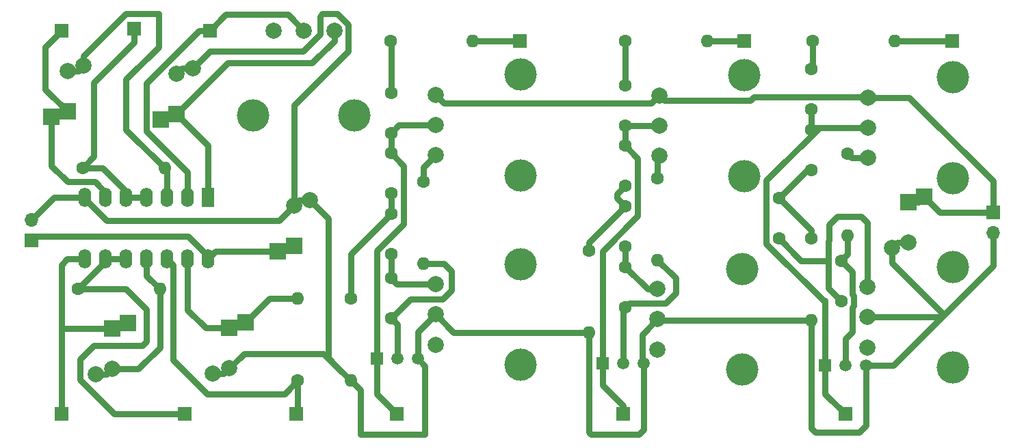
<source format=gbr>
%TF.GenerationSoftware,KiCad,Pcbnew,8.0.0*%
%TF.CreationDate,2024-06-11T17:25:06+02:00*%
%TF.ProjectId,SolarModular,536f6c61-724d-46f6-9475-6c61722e6b69,rev?*%
%TF.SameCoordinates,PX2bde780PYa2fd99f*%
%TF.FileFunction,Copper,L2,Bot*%
%TF.FilePolarity,Positive*%
%FSLAX46Y46*%
G04 Gerber Fmt 4.6, Leading zero omitted, Abs format (unit mm)*
G04 Created by KiCad (PCBNEW 8.0.0) date 2024-06-11 17:25:06*
%MOMM*%
%LPD*%
G01*
G04 APERTURE LIST*
%TA.AperFunction,ComponentPad*%
%ADD10C,1.600000*%
%TD*%
%TA.AperFunction,ComponentPad*%
%ADD11O,1.600000X1.600000*%
%TD*%
%TA.AperFunction,ComponentPad*%
%ADD12C,4.000000*%
%TD*%
%TA.AperFunction,ComponentPad*%
%ADD13C,2.000000*%
%TD*%
%TA.AperFunction,ComponentPad*%
%ADD14R,1.700000X1.700000*%
%TD*%
%TA.AperFunction,ComponentPad*%
%ADD15R,2.000000X2.000000*%
%TD*%
%TA.AperFunction,ComponentPad*%
%ADD16O,1.700000X1.700000*%
%TD*%
%TA.AperFunction,ComponentPad*%
%ADD17R,1.500000X1.500000*%
%TD*%
%TA.AperFunction,ComponentPad*%
%ADD18C,1.500000*%
%TD*%
%TA.AperFunction,ComponentPad*%
%ADD19R,1.600000X2.400000*%
%TD*%
%TA.AperFunction,ComponentPad*%
%ADD20O,1.600000X2.400000*%
%TD*%
%TA.AperFunction,Conductor*%
%ADD21C,0.800000*%
%TD*%
G04 APERTURE END LIST*
D10*
%TO.P,R7,1*%
%TO.N,Net-(C11-Pad1)*%
X75658063Y49750000D03*
D11*
%TO.P,R7,2*%
%TO.N,Net-(J10-Pin_1)*%
X85818063Y49750000D03*
%TD*%
D10*
%TO.P,R6,1*%
%TO.N,Net-(J8-Pin_1)*%
X35158063Y7670000D03*
D11*
%TO.P,R6,2*%
%TO.N,Net-(C5-Pad1)*%
X35158063Y17830000D03*
%TD*%
D12*
%TO.P,RV5,*%
%TO.N,*%
X90408063Y45500000D03*
X90408063Y33000000D03*
D13*
%TO.P,RV5,1,1*%
%TO.N,+BATT*%
X79908063Y43000000D03*
%TO.P,RV5,2,2*%
%TO.N,Net-(J13-Pin_1)*%
X79908063Y39250000D03*
%TO.P,RV5,3,3*%
%TO.N,Net-(R9-Pad1)*%
X79908063Y35500000D03*
%TD*%
D14*
%TO.P,J6,1,Pin_1*%
%TO.N,Net-(J6-Pin_1)*%
X5908063Y3500000D03*
%TD*%
D10*
%TO.P,C8,1*%
%TO.N,Net-(C8-Pad1)*%
X98688063Y46250000D03*
%TO.P,C8,2*%
%TO.N,Net-(J14-Pin_1)*%
X98688063Y41250000D03*
%TD*%
%TO.P,R2,1*%
%TO.N,Net-(J3-Pin_1)*%
X8498063Y34000000D03*
D11*
%TO.P,R2,2*%
%TO.N,Net-(C10-Pad2)*%
X18658063Y34000000D03*
%TD*%
D10*
%TO.P,C13,1*%
%TO.N,Net-(C12-Pad2)*%
X75688063Y29250000D03*
%TO.P,C13,2*%
%TO.N,Net-(C13-Pad2)*%
X75688063Y24250000D03*
%TD*%
D14*
%TO.P,J8,1,Pin_1*%
%TO.N,Net-(J8-Pin_1)*%
X34908063Y3500000D03*
%TD*%
%TO.P,J3,1,Pin_1*%
%TO.N,Net-(J3-Pin_1)*%
X14908063Y51250000D03*
%TD*%
D15*
%TO.P,C6,1*%
%TO.N,+5V*%
X32658063Y23655712D03*
X34658063Y24327856D03*
D13*
%TO.P,C6,2*%
%TO.N,GND*%
X34658063Y29327856D03*
X36658063Y30000000D03*
%TD*%
D14*
%TO.P,J2,1,Pin_1*%
%TO.N,+BATT*%
X121188063Y28525000D03*
D16*
%TO.P,J2,2,Pin_2*%
%TO.N,GND*%
X121188063Y25985000D03*
%TD*%
D12*
%TO.P,RV1,*%
%TO.N,*%
X116263063Y45250000D03*
X116263063Y32750000D03*
D13*
%TO.P,RV1,1,1*%
%TO.N,+BATT*%
X105763063Y42750000D03*
%TO.P,RV1,2,2*%
%TO.N,Net-(J14-Pin_1)*%
X105763063Y39000000D03*
%TO.P,RV1,3,3*%
%TO.N,Net-(R1-Pad1)*%
X105763063Y35250000D03*
%TD*%
D14*
%TO.P,J10,1,Pin_1*%
%TO.N,Net-(J10-Pin_1)*%
X90408063Y49750000D03*
%TD*%
D10*
%TO.P,R9,1*%
%TO.N,Net-(R9-Pad1)*%
X79688063Y32750000D03*
D11*
%TO.P,R9,2*%
%TO.N,Net-(Q2-B)*%
X79688063Y22590000D03*
%TD*%
D14*
%TO.P,J7,1,Pin_1*%
%TO.N,Net-(J7-Pin_1)*%
X24268063Y51000000D03*
%TD*%
D15*
%TO.P,C9,1*%
%TO.N,+BATT*%
X112688063Y30422144D03*
X110688063Y29750000D03*
D13*
%TO.P,C9,2*%
%TO.N,GND*%
X110688063Y24750000D03*
X108688063Y24077856D03*
%TD*%
D12*
%TO.P,RV2,*%
%TO.N,*%
X116188063Y21750000D03*
X116188063Y9250000D03*
D13*
%TO.P,RV2,1,1*%
%TO.N,Net-(C1-Pad2)*%
X105688063Y19250000D03*
%TO.P,RV2,2,2*%
%TO.N,GND*%
X105688063Y15500000D03*
%TO.P,RV2,3,3*%
%TO.N,unconnected-(RV2-Pad3)*%
X105688063Y11750000D03*
%TD*%
D10*
%TO.P,C1,1*%
%TO.N,Net-(Q1-B)*%
X102408063Y22500000D03*
%TO.P,C1,2*%
%TO.N,Net-(C1-Pad2)*%
X102408063Y17500000D03*
%TD*%
D14*
%TO.P,J12,1,Pin_1*%
%TO.N,Net-(J12-Pin_1)*%
X47408063Y3500000D03*
%TD*%
D10*
%TO.P,R5,1*%
%TO.N,Net-(C8-Pad1)*%
X98908063Y49750000D03*
D11*
%TO.P,R5,2*%
%TO.N,Net-(J9-Pin_1)*%
X109068063Y49750000D03*
%TD*%
D10*
%TO.P,C16,1*%
%TO.N,Net-(J12-Pin_1)*%
X46688063Y35830000D03*
%TO.P,C16,2*%
%TO.N,Net-(C16-Pad2)*%
X46688063Y30830000D03*
%TD*%
D15*
%TO.P,C4,1*%
%TO.N,Net-(J6-Pin_1)*%
X14158063Y14750000D03*
X12158063Y14077856D03*
D13*
%TO.P,C4,2*%
%TO.N,Net-(C4-Pad2)*%
X12158063Y9077856D03*
X10158063Y8405712D03*
%TD*%
D17*
%TO.P,Q2,1,C*%
%TO.N,Net-(J13-Pin_1)*%
X72868063Y9750000D03*
D18*
%TO.P,Q2,2,B*%
%TO.N,Net-(Q2-B)*%
X75408063Y9750000D03*
%TO.P,Q2,3,E*%
%TO.N,GND*%
X77948063Y9750000D03*
%TD*%
D10*
%TO.P,R10,1*%
%TO.N,Net-(C15-Pad1)*%
X46658063Y49750000D03*
D11*
%TO.P,R10,2*%
%TO.N,Net-(J11-Pin_1)*%
X56818063Y49750000D03*
%TD*%
D10*
%TO.P,R12,1*%
%TO.N,Net-(R12-Pad1)*%
X50688063Y32330000D03*
D11*
%TO.P,R12,2*%
%TO.N,Net-(Q3-B)*%
X50688063Y22170000D03*
%TD*%
D14*
%TO.P,J11,1,Pin_1*%
%TO.N,Net-(J11-Pin_1)*%
X62658063Y49750000D03*
%TD*%
D17*
%TO.P,Q3,1,C*%
%TO.N,Net-(J12-Pin_1)*%
X44908063Y10330000D03*
D18*
%TO.P,Q3,2,B*%
%TO.N,Net-(Q3-B)*%
X47448063Y10330000D03*
%TO.P,Q3,3,E*%
%TO.N,GND*%
X49988063Y10330000D03*
%TD*%
D17*
%TO.P,Q1,1,C*%
%TO.N,Net-(J14-Pin_1)*%
X100408063Y9500000D03*
D18*
%TO.P,Q1,2,B*%
%TO.N,Net-(Q1-B)*%
X102948063Y9500000D03*
%TO.P,Q1,3,E*%
%TO.N,GND*%
X105488063Y9500000D03*
%TD*%
D10*
%TO.P,R1,1*%
%TO.N,Net-(R1-Pad1)*%
X103188063Y35750000D03*
D11*
%TO.P,R1,2*%
%TO.N,Net-(Q1-B)*%
X103188063Y25590000D03*
%TD*%
D14*
%TO.P,J14,1,Pin_1*%
%TO.N,Net-(J14-Pin_1)*%
X102908063Y3500000D03*
%TD*%
D12*
%TO.P,RV3,*%
%TO.N,*%
X42158063Y40530000D03*
X29658063Y40530000D03*
D13*
%TO.P,RV3,1,1*%
%TO.N,Net-(C7-Pad1)*%
X39658063Y51030000D03*
%TO.P,RV3,2,2*%
%TO.N,Net-(J7-Pin_1)*%
X35908063Y51030000D03*
%TO.P,RV3,3,3*%
%TO.N,unconnected-(RV3-Pad3)*%
X32158063Y51030000D03*
%TD*%
D15*
%TO.P,C7,1*%
%TO.N,Net-(C7-Pad1)*%
X18158063Y40000000D03*
X20158063Y40672144D03*
D13*
%TO.P,C7,2*%
%TO.N,GND*%
X20158063Y45672144D03*
X22158063Y46344288D03*
%TD*%
D12*
%TO.P,RV7,*%
%TO.N,*%
X62688063Y45580000D03*
X62688063Y33080000D03*
D13*
%TO.P,RV7,1,1*%
%TO.N,+BATT*%
X52188063Y43080000D03*
%TO.P,RV7,2,2*%
%TO.N,Net-(J12-Pin_1)*%
X52188063Y39330000D03*
%TO.P,RV7,3,3*%
%TO.N,Net-(R12-Pad1)*%
X52188063Y35580000D03*
%TD*%
D10*
%TO.P,C3,1*%
%TO.N,Net-(J14-Pin_1)*%
X98688063Y38750000D03*
%TO.P,C3,2*%
%TO.N,Net-(C2-Pad1)*%
X98688063Y33750000D03*
%TD*%
D19*
%TO.P,U1,1*%
%TO.N,Net-(C7-Pad1)*%
X24033063Y30325000D03*
D20*
%TO.P,U1,2*%
%TO.N,Net-(J7-Pin_1)*%
X21493063Y30325000D03*
%TO.P,U1,3*%
%TO.N,Net-(C10-Pad2)*%
X18953063Y30325000D03*
%TO.P,U1,4*%
%TO.N,Net-(J3-Pin_1)*%
X16413063Y30325000D03*
%TO.P,U1,5*%
X13873063Y30325000D03*
%TO.P,U1,6*%
%TO.N,Net-(J4-Pin_1)*%
X11333063Y30325000D03*
%TO.P,U1,7,GND*%
%TO.N,GND*%
X8793063Y30325000D03*
%TO.P,U1,8*%
%TO.N,Net-(J6-Pin_1)*%
X8793063Y22705000D03*
%TO.P,U1,9*%
%TO.N,Net-(J5-Pin_1)*%
X11333063Y22705000D03*
%TO.P,U1,10*%
X13873063Y22705000D03*
%TO.P,U1,11*%
%TO.N,Net-(C4-Pad2)*%
X16413063Y22705000D03*
%TO.P,U1,12*%
%TO.N,Net-(J8-Pin_1)*%
X18953063Y22705000D03*
%TO.P,U1,13*%
%TO.N,Net-(C5-Pad1)*%
X21493063Y22705000D03*
%TO.P,U1,14,VCC*%
%TO.N,+5V*%
X24033063Y22705000D03*
%TD*%
D10*
%TO.P,C17,1*%
%TO.N,Net-(C16-Pad2)*%
X46688063Y28330000D03*
%TO.P,C17,2*%
%TO.N,Net-(C17-Pad2)*%
X46688063Y23330000D03*
%TD*%
D12*
%TO.P,RV4,*%
%TO.N,*%
X90188063Y21500000D03*
X90188063Y9000000D03*
D13*
%TO.P,RV4,1,1*%
%TO.N,Net-(C13-Pad2)*%
X79688063Y19000000D03*
%TO.P,RV4,2,2*%
%TO.N,GND*%
X79688063Y15250000D03*
%TO.P,RV4,3,3*%
%TO.N,unconnected-(RV4-Pad3)*%
X79688063Y11500000D03*
%TD*%
D10*
%TO.P,C11,1*%
%TO.N,Net-(C11-Pad1)*%
X75688063Y44250000D03*
%TO.P,C11,2*%
%TO.N,Net-(J13-Pin_1)*%
X75688063Y39250000D03*
%TD*%
%TO.P,C12,1*%
%TO.N,Net-(J13-Pin_1)*%
X75688063Y36750000D03*
%TO.P,C12,2*%
%TO.N,Net-(C12-Pad2)*%
X75688063Y31750000D03*
%TD*%
%TO.P,R3,1*%
%TO.N,Net-(C2-Pad1)*%
X98688063Y25250000D03*
D11*
%TO.P,R3,2*%
%TO.N,GND*%
X98688063Y15090000D03*
%TD*%
D10*
%TO.P,C2,1*%
%TO.N,Net-(C2-Pad1)*%
X94688063Y30250000D03*
%TO.P,C2,2*%
%TO.N,Net-(C1-Pad2)*%
X94688063Y25250000D03*
%TD*%
D14*
%TO.P,J1,1,Pin_1*%
%TO.N,+5V*%
X2158063Y24975000D03*
D16*
%TO.P,J1,2,Pin_2*%
%TO.N,GND*%
X2158063Y27515000D03*
%TD*%
D10*
%TO.P,R11,1*%
%TO.N,Net-(C16-Pad2)*%
X41688063Y17830000D03*
D11*
%TO.P,R11,2*%
%TO.N,GND*%
X41688063Y7670000D03*
%TD*%
D10*
%TO.P,C14,1*%
%TO.N,Net-(C13-Pad2)*%
X75688063Y21750000D03*
%TO.P,C14,2*%
%TO.N,Net-(Q2-B)*%
X75688063Y16750000D03*
%TD*%
D14*
%TO.P,J5,1,Pin_1*%
%TO.N,Net-(J5-Pin_1)*%
X21158063Y3500000D03*
%TD*%
D15*
%TO.P,C5,1*%
%TO.N,Net-(C5-Pad1)*%
X28658063Y14844288D03*
X26658063Y14172144D03*
D13*
%TO.P,C5,2*%
%TO.N,GND*%
X26658063Y9172144D03*
X24658063Y8500000D03*
%TD*%
D10*
%TO.P,C15,1*%
%TO.N,Net-(C15-Pad1)*%
X46688063Y43330000D03*
%TO.P,C15,2*%
%TO.N,Net-(J12-Pin_1)*%
X46688063Y38330000D03*
%TD*%
%TO.P,R8,1*%
%TO.N,Net-(C12-Pad2)*%
X71188063Y23750000D03*
D11*
%TO.P,R8,2*%
%TO.N,GND*%
X71188063Y13590000D03*
%TD*%
D14*
%TO.P,J13,1,Pin_1*%
%TO.N,Net-(J13-Pin_1)*%
X75408063Y3500000D03*
%TD*%
D12*
%TO.P,RV6,*%
%TO.N,*%
X62688063Y22080000D03*
X62688063Y9580000D03*
D13*
%TO.P,RV6,1,1*%
%TO.N,Net-(C17-Pad2)*%
X52188063Y19580000D03*
%TO.P,RV6,2,2*%
%TO.N,GND*%
X52188063Y15830000D03*
%TO.P,RV6,3,3*%
%TO.N,unconnected-(RV6-Pad3)*%
X52188063Y12080000D03*
%TD*%
D15*
%TO.P,C10,1*%
%TO.N,Net-(J4-Pin_1)*%
X4658063Y40345179D03*
X6658063Y41017323D03*
D13*
%TO.P,C10,2*%
%TO.N,Net-(C10-Pad2)*%
X6658063Y46017323D03*
X8658063Y46689467D03*
%TD*%
D10*
%TO.P,C18,1*%
%TO.N,Net-(C17-Pad2)*%
X46688063Y20330000D03*
%TO.P,C18,2*%
%TO.N,Net-(Q3-B)*%
X46688063Y15330000D03*
%TD*%
%TO.P,R4,1*%
%TO.N,Net-(J5-Pin_1)*%
X7908063Y19000000D03*
D11*
%TO.P,R4,2*%
%TO.N,Net-(C4-Pad2)*%
X18068063Y19000000D03*
%TD*%
D14*
%TO.P,J9,1,Pin_1*%
%TO.N,Net-(J9-Pin_1)*%
X116158063Y49750000D03*
%TD*%
%TO.P,J4,1,Pin_1*%
%TO.N,Net-(J4-Pin_1)*%
X5908063Y51000000D03*
%TD*%
D21*
%TO.N,Net-(J5-Pin_1)*%
X12408063Y3500000D02*
X21158063Y3500000D01*
X9908063Y12000000D02*
X8200000Y10291937D01*
X15908063Y12000000D02*
X9908063Y12000000D01*
X16408063Y12500000D02*
X15908063Y12000000D01*
X16408063Y16500000D02*
X16408063Y12500000D01*
X8200000Y7708063D02*
X12408063Y3500000D01*
X13908063Y19000000D02*
X16408063Y16500000D01*
X7908063Y19000000D02*
X13908063Y19000000D01*
X8200000Y10291937D02*
X8200000Y7708063D01*
%TO.N,Net-(J7-Pin_1)*%
X16408063Y38550000D02*
X21493063Y33465000D01*
X16408063Y44508063D02*
X16408063Y38550000D01*
X22900000Y51000000D02*
X16408063Y44508063D01*
X24268063Y51000000D02*
X22900000Y51000000D01*
X21493063Y33465000D02*
X21493063Y30325000D01*
X26268063Y53000000D02*
X24268063Y51000000D01*
X35908063Y51030000D02*
X33938063Y53000000D01*
X33938063Y53000000D02*
X26268063Y53000000D01*
%TO.N,GND*%
X34658063Y41750000D02*
X34658063Y29327856D01*
X41408063Y48500000D02*
X34658063Y41750000D01*
X40062937Y53100000D02*
X41408063Y51754874D01*
X38200000Y53100000D02*
X40062937Y53100000D01*
X37908063Y50555126D02*
X37908063Y52808063D01*
X41408063Y51754874D02*
X41408063Y48500000D01*
X37908063Y52808063D02*
X38200000Y53100000D01*
X24243775Y48430000D02*
X35782937Y48430000D01*
X35782937Y48430000D02*
X37908063Y50555126D01*
X22158063Y46344288D02*
X24243775Y48430000D01*
X11459031Y27500000D02*
X32830207Y27500000D01*
X32830207Y27500000D02*
X34658063Y29327856D01*
X8793063Y30165968D02*
X11459031Y27500000D01*
X8793063Y30325000D02*
X8793063Y30165968D01*
%TO.N,Net-(J4-Pin_1)*%
X6633063Y32275000D02*
X10025000Y32275000D01*
X11333063Y30966937D02*
X11333063Y30325000D01*
X4658063Y34250000D02*
X6633063Y32275000D01*
X4658063Y40345179D02*
X4658063Y34250000D01*
X10025000Y32275000D02*
X11333063Y30966937D01*
%TO.N,Net-(J3-Pin_1)*%
X13873063Y31126937D02*
X13873063Y30325000D01*
X8498063Y34000000D02*
X11000000Y34000000D01*
X11000000Y34000000D02*
X13873063Y31126937D01*
%TO.N,Net-(C1-Pad2)*%
X100858063Y22500000D02*
X100858063Y24950000D01*
X100858063Y19050000D02*
X100858063Y22500000D01*
X97438063Y22500000D02*
X100858063Y22500000D01*
X105688063Y27220000D02*
X105688063Y19250000D01*
X100908063Y25000000D02*
X100908063Y27000000D01*
X100858063Y24950000D02*
X100908063Y25000000D01*
X100908063Y27000000D02*
X101908063Y28000000D01*
X101908063Y28000000D02*
X104908063Y28000000D01*
X102408063Y17500000D02*
X100858063Y19050000D01*
X104908063Y28000000D02*
X105688063Y27220000D01*
%TO.N,Net-(Q1-B)*%
X103958063Y18142032D02*
X103808063Y18292032D01*
X103808063Y18292032D02*
X103808063Y21100000D01*
X103958063Y16857968D02*
X103958063Y18142032D01*
X103808063Y16707968D02*
X103958063Y16857968D01*
X103808063Y13665990D02*
X103808063Y16707968D01*
%TO.N,Net-(J14-Pin_1)*%
X100408063Y17530000D02*
X100408063Y9500000D01*
X93138063Y24607968D02*
X100216031Y17530000D01*
X93138063Y32450000D02*
X93138063Y24607968D01*
X100216031Y17530000D02*
X100408063Y17530000D01*
X99688063Y39000000D02*
X93138063Y32450000D01*
%TO.N,+BATT*%
X110850000Y42750000D02*
X105763063Y42750000D01*
X121188063Y32411937D02*
X110850000Y42750000D01*
X121188063Y28525000D02*
X121188063Y32411937D01*
X80508063Y42400000D02*
X79908063Y43000000D01*
X91197151Y42400000D02*
X80508063Y42400000D01*
X91597151Y42800000D02*
X91197151Y42400000D01*
X105713063Y42800000D02*
X91597151Y42800000D01*
X105763063Y42750000D02*
X105713063Y42800000D01*
%TO.N,Net-(J13-Pin_1)*%
X72868063Y23668063D02*
X72868063Y9750000D01*
X77238063Y28038063D02*
X72868063Y23668063D01*
X75688063Y36750000D02*
X77238063Y35200000D01*
X77238063Y35200000D02*
X77238063Y28038063D01*
%TO.N,GND*%
X77800000Y13361937D02*
X79688063Y15250000D01*
X77800000Y9898063D02*
X77800000Y13361937D01*
X77948063Y9750000D02*
X77800000Y9898063D01*
%TO.N,Net-(Q3-B)*%
X53058063Y17700000D02*
X49058063Y17700000D01*
X54188063Y18830000D02*
X53058063Y17700000D01*
X53238063Y22170000D02*
X54188063Y21220000D01*
X49058063Y17700000D02*
X46688063Y15330000D01*
X50688063Y22170000D02*
X53238063Y22170000D01*
X54188063Y21220000D02*
X54188063Y18830000D01*
%TO.N,Net-(J12-Pin_1)*%
X44908063Y23742032D02*
X44908063Y10330000D01*
X48238063Y27072032D02*
X44908063Y23742032D01*
X46688063Y35830000D02*
X48238063Y34280000D01*
X48238063Y34280000D02*
X48238063Y27072032D01*
%TO.N,Net-(J8-Pin_1)*%
X23908063Y6000000D02*
X33488063Y6000000D01*
X19700000Y10208063D02*
X23908063Y6000000D01*
X33488063Y6000000D02*
X35158063Y7670000D01*
X19700000Y21958063D02*
X19700000Y10208063D01*
X18953063Y22705000D02*
X19700000Y21958063D01*
%TO.N,+5V*%
X24033063Y23066937D02*
X24033063Y22705000D01*
X21600000Y25500000D02*
X24033063Y23066937D01*
X2683063Y25500000D02*
X21600000Y25500000D01*
X2158063Y24975000D02*
X2683063Y25500000D01*
%TO.N,Net-(Q1-B)*%
X103808063Y13665990D02*
X102948063Y12805990D01*
X102948063Y12805990D02*
X102948063Y9500000D01*
X102408063Y22500000D02*
X103808063Y21100000D01*
X103188063Y23280000D02*
X102408063Y22500000D01*
X103188063Y25590000D02*
X103188063Y23280000D01*
%TO.N,Net-(C1-Pad2)*%
X97438063Y22500000D02*
X94688063Y25250000D01*
%TO.N,Net-(C2-Pad1)*%
X98688063Y33750000D02*
X98188063Y33750000D01*
X98688063Y26250000D02*
X94688063Y30250000D01*
X98688063Y25250000D02*
X98688063Y26250000D01*
X98188063Y33750000D02*
X94688063Y30250000D01*
%TO.N,Net-(J14-Pin_1)*%
X99688063Y39000000D02*
X98938063Y39000000D01*
X98688063Y41250000D02*
X98688063Y38750000D01*
X102908063Y3500000D02*
X100408063Y6000000D01*
X100408063Y6000000D02*
X100408063Y9500000D01*
X105763063Y39000000D02*
X99688063Y39000000D01*
%TO.N,GND*%
X108838063Y9500000D02*
X114838063Y15500000D01*
X108688063Y24077856D02*
X108688063Y22250000D01*
X105488063Y2080000D02*
X104658063Y1250000D01*
X24658063Y8500000D02*
X25985919Y8500000D01*
X38908063Y10450000D02*
X40133063Y9225000D01*
X42908063Y6450000D02*
X42908063Y1000000D01*
X110688063Y24750000D02*
X109360207Y24750000D01*
X77948063Y9750000D02*
X77948063Y1540000D01*
X77408063Y1000000D02*
X71408063Y1000000D01*
X8793063Y30325000D02*
X4968063Y30325000D01*
X50908063Y1000000D02*
X50908063Y9410000D01*
X77948063Y1540000D02*
X77408063Y1000000D01*
X49988063Y10330000D02*
X49988063Y13630000D01*
X4968063Y30325000D02*
X2158063Y27515000D01*
X109360207Y24750000D02*
X108688063Y24077856D01*
X42908063Y1000000D02*
X50908063Y1000000D01*
X36658063Y30000000D02*
X35330207Y30000000D01*
X54428063Y13590000D02*
X52188063Y15830000D01*
X22158063Y46344288D02*
X20830207Y46344288D01*
X105488063Y9500000D02*
X108838063Y9500000D01*
X105488063Y9500000D02*
X105488063Y2080000D01*
X71188063Y1220000D02*
X71188063Y13590000D01*
X114838063Y15500000D02*
X115138063Y15800000D01*
X38358063Y11000000D02*
X28485919Y11000000D01*
X104658063Y1250000D02*
X99188063Y1250000D01*
X25985919Y8500000D02*
X26658063Y9172144D01*
X41688063Y7670000D02*
X40133063Y9225000D01*
X28485919Y11000000D02*
X26658063Y9172144D01*
X49988063Y13630000D02*
X52188063Y15830000D01*
X71408063Y1000000D02*
X71188063Y1220000D01*
X108688063Y22250000D02*
X115138063Y15800000D01*
X98688063Y1750000D02*
X98688063Y15090000D01*
X20830207Y46344288D02*
X20158063Y45672144D01*
X40133063Y9225000D02*
X38358063Y11000000D01*
X121188063Y25985000D02*
X121188063Y21850000D01*
X99188063Y1250000D02*
X98688063Y1750000D01*
X36658063Y30000000D02*
X38908063Y27750000D01*
X121188063Y21850000D02*
X115138063Y15800000D01*
X41688063Y7670000D02*
X42908063Y6450000D01*
X71188063Y13590000D02*
X54428063Y13590000D01*
X98688063Y15090000D02*
X79848063Y15090000D01*
X105688063Y15500000D02*
X114838063Y15500000D01*
X38908063Y27750000D02*
X38908063Y10450000D01*
X50908063Y9410000D02*
X49988063Y10330000D01*
X35330207Y30000000D02*
X34658063Y29327856D01*
%TO.N,Net-(R1-Pad1)*%
X103688063Y35250000D02*
X103188063Y35750000D01*
X105763063Y35250000D02*
X103688063Y35250000D01*
%TO.N,+5V*%
X24983775Y23655712D02*
X24033063Y22705000D01*
X32658063Y23655712D02*
X24983775Y23655712D01*
%TO.N,Net-(C4-Pad2)*%
X18068063Y11745786D02*
X18068063Y19000000D01*
X12158063Y9077856D02*
X15400133Y9077856D01*
X15400133Y9077856D02*
X18068063Y11745786D01*
X16413063Y22705000D02*
X16413063Y20655000D01*
X11485919Y8405712D02*
X12158063Y9077856D01*
X10158063Y8405712D02*
X11485919Y8405712D01*
X16413063Y20655000D02*
X18068063Y19000000D01*
%TO.N,Net-(J6-Pin_1)*%
X5908063Y22000000D02*
X6613063Y22705000D01*
X6613063Y22705000D02*
X8793063Y22705000D01*
X5908063Y18527856D02*
X5908063Y22000000D01*
X5908063Y3500000D02*
X5908063Y18527856D01*
X12158063Y14077856D02*
X5908063Y14077856D01*
X5908063Y14077856D02*
X5908063Y18527856D01*
%TO.N,Net-(C5-Pad1)*%
X21493063Y16415000D02*
X21493063Y22705000D01*
X26658063Y14172144D02*
X23735919Y14172144D01*
X35158063Y17830000D02*
X31643775Y17830000D01*
X23735919Y14172144D02*
X21493063Y16415000D01*
X31643775Y17830000D02*
X28658063Y14844288D01*
%TO.N,Net-(C7-Pad1)*%
X24033063Y36797144D02*
X20158063Y40672144D01*
X36908063Y47000000D02*
X26485919Y47000000D01*
X39658063Y51030000D02*
X39658063Y49750000D01*
X24033063Y30325000D02*
X24033063Y36797144D01*
X26485919Y47000000D02*
X20158063Y40672144D01*
X39658063Y49750000D02*
X36908063Y47000000D01*
%TO.N,Net-(C8-Pad1)*%
X98908063Y46470000D02*
X98688063Y46250000D01*
X98908063Y49750000D02*
X98908063Y46470000D01*
%TO.N,+BATT*%
X53268063Y42000000D02*
X52188063Y43080000D01*
X78908063Y42000000D02*
X53268063Y42000000D01*
X114585207Y28525000D02*
X121188063Y28525000D01*
X79908063Y43000000D02*
X78908063Y42000000D01*
X112688063Y30422144D02*
X114585207Y28525000D01*
X112015919Y29750000D02*
X112688063Y30422144D01*
X110688063Y29750000D02*
X112015919Y29750000D01*
%TO.N,Net-(C10-Pad2)*%
X6658063Y46017323D02*
X7985919Y46017323D01*
X13908063Y38750000D02*
X13908063Y45000000D01*
X18953063Y33705000D02*
X18658063Y34000000D01*
X18953063Y30325000D02*
X18953063Y33705000D01*
X18658063Y34000000D02*
X13908063Y38750000D01*
X17908063Y49000000D02*
X17908063Y53100000D01*
X8658063Y47900000D02*
X8658063Y46689467D01*
X7985919Y46017323D02*
X8658063Y46689467D01*
X13858063Y53100000D02*
X8658063Y47900000D01*
X17908063Y53100000D02*
X13858063Y53100000D01*
X13908063Y45000000D02*
X17908063Y49000000D01*
%TO.N,Net-(J4-Pin_1)*%
X3908063Y43767323D02*
X6658063Y41017323D01*
X5908063Y51000000D02*
X3908063Y49000000D01*
X3908063Y49000000D02*
X3908063Y43767323D01*
%TO.N,Net-(J13-Pin_1)*%
X79908063Y39250000D02*
X75688063Y39250000D01*
X75408063Y4530000D02*
X72868063Y7070000D01*
X75688063Y39250000D02*
X75688063Y36750000D01*
X72868063Y7070000D02*
X72868063Y9750000D01*
X75408063Y3500000D02*
X75408063Y4530000D01*
%TO.N,Net-(C11-Pad1)*%
X75658063Y44280000D02*
X75688063Y44250000D01*
X75658063Y49750000D02*
X75658063Y44280000D01*
%TO.N,Net-(C12-Pad2)*%
X71188063Y24750000D02*
X75688063Y29250000D01*
X71188063Y23750000D02*
X71188063Y24750000D01*
X74688063Y30750000D02*
X75688063Y31750000D01*
X75688063Y29250000D02*
X74688063Y30250000D01*
X74688063Y30250000D02*
X74688063Y30750000D01*
%TO.N,Net-(C13-Pad2)*%
X78438063Y19000000D02*
X75688063Y21750000D01*
X75688063Y21750000D02*
X75688063Y24250000D01*
X79688063Y19000000D02*
X78438063Y19000000D01*
%TO.N,Net-(Q2-B)*%
X80658063Y17250000D02*
X76188063Y17250000D01*
X81908063Y18500000D02*
X80658063Y17250000D01*
X81908063Y20370000D02*
X81908063Y18500000D01*
X79688063Y22590000D02*
X81908063Y20370000D01*
X76188063Y17250000D02*
X75688063Y16750000D01*
X75458063Y9750000D02*
X75458063Y16520000D01*
%TO.N,Net-(C15-Pad1)*%
X46658063Y49750000D02*
X46688063Y49720000D01*
X46688063Y49720000D02*
X46688063Y43330000D01*
%TO.N,Net-(J12-Pin_1)*%
X47688063Y39330000D02*
X46688063Y38330000D01*
X46688063Y38330000D02*
X46688063Y35830000D01*
X52188063Y39330000D02*
X47688063Y39330000D01*
X47408063Y3500000D02*
X44908063Y6000000D01*
X44908063Y6000000D02*
X44908063Y10330000D01*
%TO.N,Net-(C16-Pad2)*%
X41688063Y23330000D02*
X46688063Y28330000D01*
X41688063Y17830000D02*
X41688063Y23330000D01*
X46688063Y30830000D02*
X46688063Y28330000D01*
%TO.N,Net-(C17-Pad2)*%
X47438063Y19580000D02*
X46688063Y20330000D01*
X52188063Y19580000D02*
X47438063Y19580000D01*
X46688063Y23330000D02*
X46688063Y20330000D01*
%TO.N,Net-(Q3-B)*%
X47448063Y14570000D02*
X46688063Y15330000D01*
X47448063Y10330000D02*
X47448063Y14570000D01*
%TO.N,Net-(J3-Pin_1)*%
X9908063Y44600000D02*
X9908063Y35410000D01*
X16413063Y30325000D02*
X13873063Y30325000D01*
X14908063Y51250000D02*
X14908063Y49600000D01*
X9908063Y35410000D02*
X8498063Y34000000D01*
X14908063Y49600000D02*
X9908063Y44600000D01*
%TO.N,Net-(J5-Pin_1)*%
X13873063Y22705000D02*
X11333063Y22705000D01*
X11333063Y22705000D02*
X11333063Y22425000D01*
X11333063Y22425000D02*
X7908063Y19000000D01*
%TO.N,Net-(J8-Pin_1)*%
X35158063Y3750000D02*
X34908063Y3500000D01*
X35158063Y7670000D02*
X35158063Y3750000D01*
%TO.N,Net-(J9-Pin_1)*%
X109068063Y49750000D02*
X116158063Y49750000D01*
%TO.N,Net-(J10-Pin_1)*%
X90408063Y49750000D02*
X85818063Y49750000D01*
%TO.N,Net-(J11-Pin_1)*%
X56818063Y49750000D02*
X62658063Y49750000D01*
%TO.N,Net-(R9-Pad1)*%
X79688063Y35280000D02*
X79688063Y32750000D01*
%TO.N,Net-(R12-Pad1)*%
X50688063Y34080000D02*
X50688063Y32330000D01*
X52188063Y35580000D02*
X50688063Y34080000D01*
%TD*%
M02*

</source>
